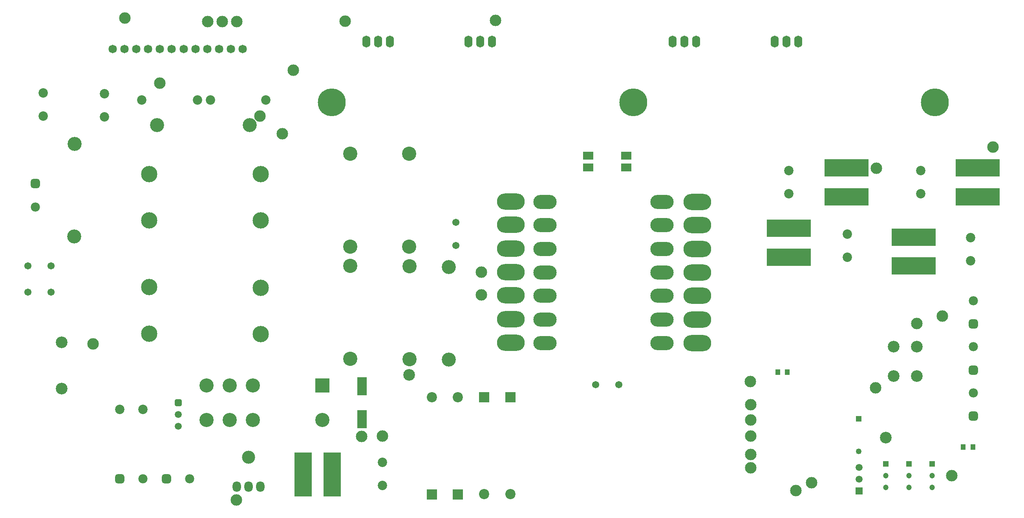
<source format=gbr>
%TF.GenerationSoftware,Altium Limited,Altium Designer,24.3.1 (35)*%
G04 Layer_Color=8388736*
%FSLAX43Y43*%
%MOMM*%
%TF.SameCoordinates,76E1361F-AA3B-45A8-A24B-41510BF92E79*%
%TF.FilePolarity,Negative*%
%TF.FileFunction,Soldermask,Top*%
%TF.Part,Single*%
G01*
G75*
%TA.AperFunction,SMDPad,CuDef*%
%ADD10R,1.100X1.200*%
%ADD13R,2.000X4.000*%
%ADD14R,2.200X1.700*%
%TA.AperFunction,ComponentPad*%
%ADD28C,3.048*%
%ADD31R,3.048X3.048*%
%ADD37C,2.200*%
%ADD38R,2.200X2.200*%
%ADD51R,1.200X1.200*%
%ADD52C,1.200*%
%ADD53C,1.250*%
%ADD54R,1.250X1.250*%
%ADD111C,3.068*%
%ADD112C,2.020*%
%ADD113C,2.520*%
%ADD114C,1.544*%
%ADD115C,3.020*%
%ADD116C,2.489*%
%ADD117C,3.520*%
%ADD118O,1.770X2.560*%
%ADD119O,5.020X3.020*%
%ADD120C,6.020*%
%ADD121C,1.970*%
G04:AMPARAMS|DCode=122|XSize=1.97mm|YSize=1.97mm|CornerRadius=0.497mm|HoleSize=0mm|Usage=FLASHONLY|Rotation=0.000|XOffset=0mm|YOffset=0mm|HoleType=Round|Shape=RoundedRectangle|*
%AMROUNDEDRECTD122*
21,1,1.970,0.975,0,0,0.0*
21,1,0.975,1.970,0,0,0.0*
1,1,0.995,0.488,-0.488*
1,1,0.995,-0.488,-0.488*
1,1,0.995,-0.488,0.488*
1,1,0.995,0.488,0.488*
%
%ADD122ROUNDEDRECTD122*%
%ADD123O,6.020X3.520*%
G04:AMPARAMS|DCode=124|XSize=1.97mm|YSize=1.97mm|CornerRadius=0.497mm|HoleSize=0mm|Usage=FLASHONLY|Rotation=90.000|XOffset=0mm|YOffset=0mm|HoleType=Round|Shape=RoundedRectangle|*
%AMROUNDEDRECTD124*
21,1,1.970,0.975,0,0,90.0*
21,1,0.975,1.970,0,0,90.0*
1,1,0.995,0.488,0.488*
1,1,0.995,0.488,-0.488*
1,1,0.995,-0.488,-0.488*
1,1,0.995,-0.488,0.488*
%
%ADD124ROUNDEDRECTD124*%
%ADD125O,1.798X2.306*%
%ADD126C,2.814*%
%ADD127C,1.820*%
%ADD128C,1.520*%
G04:AMPARAMS|DCode=129|XSize=1.52mm|YSize=1.52mm|CornerRadius=0.385mm|HoleSize=0mm|Usage=FLASHONLY|Rotation=90.000|XOffset=0mm|YOffset=0mm|HoleType=Round|Shape=RoundedRectangle|*
%AMROUNDEDRECTD129*
21,1,1.520,0.750,0,0,90.0*
21,1,0.750,1.520,0,0,90.0*
1,1,0.770,0.375,0.375*
1,1,0.770,0.375,-0.375*
1,1,0.770,-0.375,-0.375*
1,1,0.770,-0.375,0.375*
%
%ADD129ROUNDEDRECTD129*%
%ADD130R,1.520X1.520*%
%TA.AperFunction,SMDPad,CuDef*%
%ADD138R,9.520X3.770*%
%ADD139R,3.770X9.520*%
D10*
X168237Y29475D02*
D03*
X166137D02*
D03*
X206150Y13375D02*
D03*
X208250D02*
D03*
D13*
X76475Y26425D02*
D03*
Y19325D02*
D03*
D14*
X125300Y73705D02*
D03*
Y76245D02*
D03*
X133500D02*
D03*
Y73705D02*
D03*
D28*
X67975Y19150D02*
D03*
X52975Y26650D02*
D03*
X47975D02*
D03*
X42975D02*
D03*
Y19150D02*
D03*
X47975D02*
D03*
X52975D02*
D03*
D31*
X67975Y26650D02*
D03*
D37*
X102850Y3155D02*
D03*
X108550Y3180D02*
D03*
X91536Y24070D02*
D03*
X97186D02*
D03*
D38*
X102850Y24095D02*
D03*
X108550Y24120D02*
D03*
X91536Y3130D02*
D03*
X97186D02*
D03*
D51*
X194467Y9740D02*
D03*
X199482D02*
D03*
X189427D02*
D03*
D52*
X194467Y7200D02*
D03*
Y4660D02*
D03*
X199482Y7200D02*
D03*
Y4660D02*
D03*
X189427Y7200D02*
D03*
Y4660D02*
D03*
D53*
X183575Y12375D02*
D03*
D54*
Y19475D02*
D03*
D111*
X74000Y56617D02*
D03*
Y76683D02*
D03*
X86667Y56617D02*
D03*
Y76683D02*
D03*
X74000Y52466D02*
D03*
Y32400D02*
D03*
X86725Y32296D02*
D03*
Y52362D02*
D03*
D112*
X80925Y5050D02*
D03*
Y10050D02*
D03*
X181125Y59350D02*
D03*
Y54350D02*
D03*
X168550Y73000D02*
D03*
Y68000D02*
D03*
X24275Y21475D02*
D03*
X29275D02*
D03*
X207700Y53550D02*
D03*
Y58550D02*
D03*
X197025Y68000D02*
D03*
Y73000D02*
D03*
X20975Y89650D02*
D03*
Y84650D02*
D03*
X7775Y84775D02*
D03*
Y89775D02*
D03*
X29041Y88250D02*
D03*
X41041D02*
D03*
X43791D02*
D03*
X55791D02*
D03*
D113*
X11725Y25925D02*
D03*
Y35925D02*
D03*
X86700Y28925D02*
D03*
X189439Y15350D02*
D03*
X196150Y28698D02*
D03*
X191150D02*
D03*
Y35048D02*
D03*
X196150D02*
D03*
D114*
X4475Y52474D02*
D03*
X9425D02*
D03*
X4497Y46825D02*
D03*
X9447D02*
D03*
X96700Y56900D02*
D03*
Y61850D02*
D03*
X126900Y26800D02*
D03*
X131850D02*
D03*
D115*
X14500Y78800D02*
D03*
X14450Y58825D02*
D03*
X95257Y52209D02*
D03*
X95207Y32234D02*
D03*
X32350Y82875D02*
D03*
X52325Y82825D02*
D03*
D116*
X49500Y105200D02*
D03*
X187450Y73575D02*
D03*
X76425Y15625D02*
D03*
X212550Y78076D02*
D03*
X201675Y41625D02*
D03*
X49425Y1925D02*
D03*
X72875Y105250D02*
D03*
X32875Y91950D02*
D03*
X54517Y84801D02*
D03*
X18550Y35650D02*
D03*
X61700Y94700D02*
D03*
X59291Y81025D02*
D03*
X43200Y105200D02*
D03*
X173450Y5660D02*
D03*
X80925Y15725D02*
D03*
X25350Y105950D02*
D03*
X46347Y105200D02*
D03*
X102275Y46175D02*
D03*
X102225Y51125D02*
D03*
X160307Y22451D02*
D03*
Y8884D02*
D03*
X187275Y26100D02*
D03*
X105300Y105500D02*
D03*
X170093Y3926D02*
D03*
X160307Y11749D02*
D03*
X196150Y40000D02*
D03*
X160250Y27474D02*
D03*
X160307Y19176D02*
D03*
Y15688D02*
D03*
X203705Y7188D02*
D03*
D117*
X54700Y72300D02*
D03*
Y62300D02*
D03*
X30650Y37850D02*
D03*
Y47850D02*
D03*
Y62300D02*
D03*
Y72300D02*
D03*
X54700Y47725D02*
D03*
Y37725D02*
D03*
D118*
X165460Y100900D02*
D03*
X168000D02*
D03*
X170540D02*
D03*
X143460D02*
D03*
X146000D02*
D03*
X148540D02*
D03*
X99460D02*
D03*
X102000D02*
D03*
X104540D02*
D03*
X77460D02*
D03*
X80000D02*
D03*
X82540D02*
D03*
D119*
X141214Y66238D02*
D03*
Y40838D02*
D03*
Y46004D02*
D03*
Y50998D02*
D03*
Y56078D02*
D03*
Y61244D02*
D03*
X115941Y35758D02*
D03*
Y40838D02*
D03*
Y46004D02*
D03*
Y50998D02*
D03*
Y56078D02*
D03*
Y61244D02*
D03*
Y66238D02*
D03*
X141214Y35758D02*
D03*
D120*
X200000Y87800D02*
D03*
X70000D02*
D03*
X135000D02*
D03*
D121*
X39350Y6500D02*
D03*
X208350Y44950D02*
D03*
X29300Y6500D02*
D03*
X6075Y65200D02*
D03*
X208350Y25000D02*
D03*
Y34975D02*
D03*
D122*
X34350Y6500D02*
D03*
X24300D02*
D03*
D123*
X148834Y40838D02*
D03*
Y46004D02*
D03*
Y50998D02*
D03*
Y56078D02*
D03*
Y61244D02*
D03*
Y66238D02*
D03*
Y35758D02*
D03*
X108575Y40965D02*
D03*
Y46131D02*
D03*
Y51125D02*
D03*
Y56205D02*
D03*
Y61371D02*
D03*
Y66365D02*
D03*
Y35885D02*
D03*
D124*
X208350Y39950D02*
D03*
X6075Y70200D02*
D03*
X208350Y20000D02*
D03*
Y29975D02*
D03*
D125*
X49460Y4775D02*
D03*
X52000D02*
D03*
X54540D02*
D03*
D126*
X52000Y11125D02*
D03*
D127*
X40631Y99275D02*
D03*
X50791D02*
D03*
X30381D02*
D03*
X32921D02*
D03*
X35461D02*
D03*
X38091D02*
D03*
X25301D02*
D03*
X43171D02*
D03*
X45711D02*
D03*
X48251D02*
D03*
X22761D02*
D03*
X27841D02*
D03*
D128*
X36850Y17835D02*
D03*
Y20375D02*
D03*
X183700Y8965D02*
D03*
Y6425D02*
D03*
D129*
X36850Y22915D02*
D03*
D130*
X183700Y3885D02*
D03*
D138*
X209275Y67375D02*
D03*
Y73625D02*
D03*
X181000D02*
D03*
Y67375D02*
D03*
X168500Y60550D02*
D03*
Y54300D02*
D03*
X195450Y52425D02*
D03*
Y58675D02*
D03*
D139*
X70099Y7400D02*
D03*
X63849D02*
D03*
%TF.MD5,297fe2b1913652c492b63882d24fec4c*%
M02*

</source>
